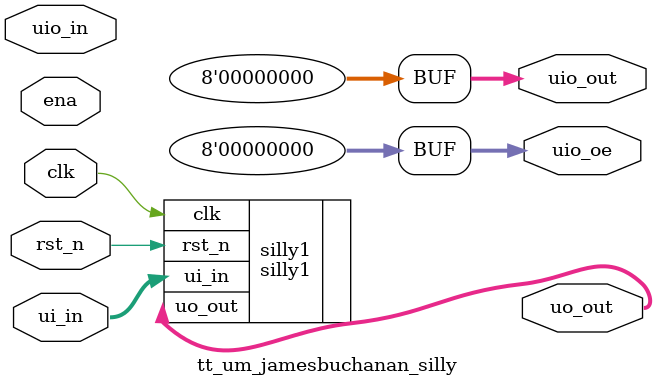
<source format=v>
/*
 * Copyright (c) 2024 Your Name
 * SPDX-License-Identifier: Apache-2.0
 */

`default_nettype none

module tt_um_jamesbuchanan_silly (
    input  wire [7:0] ui_in,    // Dedicated inputs
    output wire [7:0] uo_out,   // Dedicated outputs
    input  wire [7:0] uio_in,   // IOs: Input path
    output wire [7:0] uio_out,  // IOs: Output path
    output wire [7:0] uio_oe,   // IOs: Enable path (active high: 0=input, 1=output)
    input  wire       ena,      // always 1 when the design is powered, so you can ignore it
    input  wire       clk,      // clock
    input  wire       rst_n     // reset_n - low to reset
);

    assign uio_oe = 8'b0000_0000;
    assign uio_out = 8'b0000_0000;

silly1 silly1 (  
    .clk(clk),
    .rst_n(rst_n),
    .ui_in(ui_in),
    .uo_out(uo_out) 
    );

endmodule

</source>
